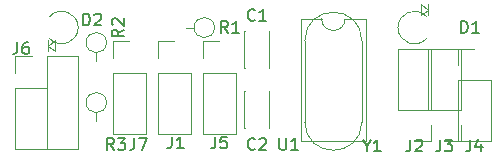
<source format=gbr>
G04 #@! TF.GenerationSoftware,KiCad,Pcbnew,(5.0.2)-1*
G04 #@! TF.CreationDate,2019-01-06T14:15:55+01:00*
G04 #@! TF.ProjectId,Xany2Msx,58616e79-324d-4737-982e-6b696361645f,rev?*
G04 #@! TF.SameCoordinates,Original*
G04 #@! TF.FileFunction,Legend,Top*
G04 #@! TF.FilePolarity,Positive*
%FSLAX46Y46*%
G04 Gerber Fmt 4.6, Leading zero omitted, Abs format (unit mm)*
G04 Created by KiCad (PCBNEW (5.0.2)-1) date 06/01/2019 14:15:55*
%MOMM*%
%LPD*%
G01*
G04 APERTURE LIST*
%ADD10C,0.120000*%
%ADD11C,0.100000*%
%ADD12C,0.150000*%
G04 APERTURE END LIST*
D10*
G04 #@! TO.C,D1*
X135763000Y-85280000D02*
X135763000Y-84391000D01*
X135763000Y-84835500D02*
X135170333Y-85280000D01*
X135170333Y-85280000D02*
X135170333Y-84391000D01*
X135170333Y-84391000D02*
X135763000Y-84835500D01*
X135650633Y-85426730D02*
G75*
G03X135679811Y-87260000I-1030633J-933270D01*
G01*
G04 #@! TO.C,U1*
X126762000Y-85605000D02*
X124992000Y-85605000D01*
X124992000Y-85605000D02*
X124992000Y-96005000D01*
X124992000Y-96005000D02*
X130532000Y-96005000D01*
X130532000Y-96005000D02*
X130532000Y-85605000D01*
X130532000Y-85605000D02*
X128762000Y-85605000D01*
X128762000Y-85605000D02*
G75*
G02X126762000Y-85605000I-1000000J0D01*
G01*
G04 #@! TO.C,J1*
X112910000Y-90170000D02*
X112910000Y-95370000D01*
X112910000Y-95370000D02*
X115690000Y-95370000D01*
X115690000Y-95370000D02*
X115690000Y-90170000D01*
X115690000Y-90170000D02*
X112910000Y-90170000D01*
X112910000Y-88900000D02*
X112910000Y-87510000D01*
X112910000Y-87510000D02*
X114300000Y-87510000D01*
G04 #@! TO.C,J2*
X136010000Y-96005000D02*
X134620000Y-96005000D01*
X136010000Y-94615000D02*
X136010000Y-96005000D01*
X133230000Y-93345000D02*
X136010000Y-93345000D01*
X133230000Y-88145000D02*
X133230000Y-93345000D01*
X136010000Y-88145000D02*
X133230000Y-88145000D01*
X136010000Y-93345000D02*
X136010000Y-88145000D01*
G04 #@! TO.C,J3*
X138550000Y-93345000D02*
X138550000Y-88145000D01*
X138550000Y-88145000D02*
X135770000Y-88145000D01*
X135770000Y-88145000D02*
X135770000Y-93345000D01*
X135770000Y-93345000D02*
X138550000Y-93345000D01*
X138550000Y-94615000D02*
X138550000Y-96005000D01*
X138550000Y-96005000D02*
X137160000Y-96005000D01*
G04 #@! TO.C,J4*
X138310000Y-88145000D02*
X139700000Y-88145000D01*
X138310000Y-89535000D02*
X138310000Y-88145000D01*
X141090000Y-90805000D02*
X138310000Y-90805000D01*
X141090000Y-96005000D02*
X141090000Y-90805000D01*
X138310000Y-96005000D02*
X141090000Y-96005000D01*
X138310000Y-90805000D02*
X138310000Y-96005000D01*
G04 #@! TO.C,J5*
X116720000Y-90170000D02*
X116720000Y-95370000D01*
X116720000Y-95370000D02*
X119500000Y-95370000D01*
X119500000Y-95370000D02*
X119500000Y-90170000D01*
X119500000Y-90170000D02*
X116720000Y-90170000D01*
X116720000Y-88900000D02*
X116720000Y-87510000D01*
X116720000Y-87510000D02*
X118110000Y-87510000D01*
G04 #@! TO.C,C1*
X120225000Y-89805000D02*
X120225000Y-86685000D01*
X122345000Y-89805000D02*
X122345000Y-86685000D01*
X120225000Y-89805000D02*
X120289000Y-89805000D01*
X122281000Y-89805000D02*
X122345000Y-89805000D01*
X120225000Y-86685000D02*
X120289000Y-86685000D01*
X122281000Y-86685000D02*
X122345000Y-86685000D01*
G04 #@! TO.C,C2*
X120289000Y-94885000D02*
X120225000Y-94885000D01*
X122345000Y-94885000D02*
X122281000Y-94885000D01*
X120289000Y-91765000D02*
X120225000Y-91765000D01*
X122345000Y-91765000D02*
X122281000Y-91765000D01*
X120225000Y-91765000D02*
X120225000Y-94885000D01*
X122345000Y-91765000D02*
X122345000Y-94885000D01*
G04 #@! TO.C,R1*
X117700000Y-86360000D02*
G75*
G03X117700000Y-86360000I-860000J0D01*
G01*
X115980000Y-86360000D02*
X115300000Y-86360000D01*
D11*
G04 #@! TO.C,Y1*
X130175000Y-94334000D02*
G75*
G02X125349000Y-94334000I-2413000J0D01*
G01*
X125349000Y-87476000D02*
G75*
G02X130175000Y-87476000I2413000J0D01*
G01*
X125349000Y-94334000D02*
X125349000Y-87476000D01*
X130175000Y-94334000D02*
X130175000Y-87476000D01*
D10*
G04 #@! TO.C,D2*
X103632000Y-87440000D02*
X103632000Y-88329000D01*
X103632000Y-87884500D02*
X104224667Y-87440000D01*
X104224667Y-87440000D02*
X104224667Y-88329000D01*
X104224667Y-88329000D02*
X103632000Y-87884500D01*
X103744367Y-87293270D02*
G75*
G03X103715189Y-85460000I1030633J933270D01*
G01*
G04 #@! TO.C,J6*
X103505000Y-91440000D02*
X103505000Y-96647000D01*
X100845000Y-91440000D02*
X100845000Y-96640000D01*
X100845000Y-96640000D02*
X106165000Y-96640000D01*
X106165000Y-96640000D02*
X106165000Y-88780000D01*
X106165000Y-88780000D02*
X103505000Y-88780000D01*
X103505000Y-88780000D02*
X103505000Y-91440000D01*
X103505000Y-91440000D02*
X100845000Y-91440000D01*
X100845000Y-90170000D02*
X100845000Y-88780000D01*
X100845000Y-88780000D02*
X102235000Y-88780000D01*
G04 #@! TO.C,R2*
X107696000Y-88490000D02*
X107696000Y-89170000D01*
X108556000Y-87630000D02*
G75*
G03X108556000Y-87630000I-860000J0D01*
G01*
G04 #@! TO.C,R3*
X108556000Y-92710000D02*
G75*
G03X108556000Y-92710000I-860000J0D01*
G01*
X107696000Y-93570000D02*
X107696000Y-94250000D01*
G04 #@! TO.C,J7*
X109100000Y-90170000D02*
X109100000Y-95370000D01*
X109100000Y-95370000D02*
X111880000Y-95370000D01*
X111880000Y-95370000D02*
X111880000Y-90170000D01*
X111880000Y-90170000D02*
X109100000Y-90170000D01*
X109100000Y-88900000D02*
X109100000Y-87510000D01*
X109100000Y-87510000D02*
X110490000Y-87510000D01*
G04 #@! TO.C,D1*
D12*
X138580904Y-86812380D02*
X138580904Y-85812380D01*
X138819000Y-85812380D01*
X138961857Y-85860000D01*
X139057095Y-85955238D01*
X139104714Y-86050476D01*
X139152333Y-86240952D01*
X139152333Y-86383809D01*
X139104714Y-86574285D01*
X139057095Y-86669523D01*
X138961857Y-86764761D01*
X138819000Y-86812380D01*
X138580904Y-86812380D01*
X140104714Y-86812380D02*
X139533285Y-86812380D01*
X139819000Y-86812380D02*
X139819000Y-85812380D01*
X139723761Y-85955238D01*
X139628523Y-86050476D01*
X139533285Y-86098095D01*
G04 #@! TO.C,U1*
X123190095Y-95718380D02*
X123190095Y-96527904D01*
X123237714Y-96623142D01*
X123285333Y-96670761D01*
X123380571Y-96718380D01*
X123571047Y-96718380D01*
X123666285Y-96670761D01*
X123713904Y-96623142D01*
X123761523Y-96527904D01*
X123761523Y-95718380D01*
X124761523Y-96718380D02*
X124190095Y-96718380D01*
X124475809Y-96718380D02*
X124475809Y-95718380D01*
X124380571Y-95861238D01*
X124285333Y-95956476D01*
X124190095Y-96004095D01*
G04 #@! TO.C,J1*
X114093666Y-95591380D02*
X114093666Y-96305666D01*
X114046047Y-96448523D01*
X113950809Y-96543761D01*
X113807952Y-96591380D01*
X113712714Y-96591380D01*
X115093666Y-96591380D02*
X114522238Y-96591380D01*
X114807952Y-96591380D02*
X114807952Y-95591380D01*
X114712714Y-95734238D01*
X114617476Y-95829476D01*
X114522238Y-95877095D01*
G04 #@! TO.C,J2*
X134286666Y-95845380D02*
X134286666Y-96559666D01*
X134239047Y-96702523D01*
X134143809Y-96797761D01*
X134000952Y-96845380D01*
X133905714Y-96845380D01*
X134715238Y-95940619D02*
X134762857Y-95893000D01*
X134858095Y-95845380D01*
X135096190Y-95845380D01*
X135191428Y-95893000D01*
X135239047Y-95940619D01*
X135286666Y-96035857D01*
X135286666Y-96131095D01*
X135239047Y-96273952D01*
X134667619Y-96845380D01*
X135286666Y-96845380D01*
G04 #@! TO.C,J3*
X136826666Y-95845380D02*
X136826666Y-96559666D01*
X136779047Y-96702523D01*
X136683809Y-96797761D01*
X136540952Y-96845380D01*
X136445714Y-96845380D01*
X137207619Y-95845380D02*
X137826666Y-95845380D01*
X137493333Y-96226333D01*
X137636190Y-96226333D01*
X137731428Y-96273952D01*
X137779047Y-96321571D01*
X137826666Y-96416809D01*
X137826666Y-96654904D01*
X137779047Y-96750142D01*
X137731428Y-96797761D01*
X137636190Y-96845380D01*
X137350476Y-96845380D01*
X137255238Y-96797761D01*
X137207619Y-96750142D01*
G04 #@! TO.C,J4*
X139366666Y-95845380D02*
X139366666Y-96559666D01*
X139319047Y-96702523D01*
X139223809Y-96797761D01*
X139080952Y-96845380D01*
X138985714Y-96845380D01*
X140271428Y-96178714D02*
X140271428Y-96845380D01*
X140033333Y-95797761D02*
X139795238Y-96512047D01*
X140414285Y-96512047D01*
G04 #@! TO.C,J5*
X117776666Y-95591380D02*
X117776666Y-96305666D01*
X117729047Y-96448523D01*
X117633809Y-96543761D01*
X117490952Y-96591380D01*
X117395714Y-96591380D01*
X118729047Y-95591380D02*
X118252857Y-95591380D01*
X118205238Y-96067571D01*
X118252857Y-96019952D01*
X118348095Y-95972333D01*
X118586190Y-95972333D01*
X118681428Y-96019952D01*
X118729047Y-96067571D01*
X118776666Y-96162809D01*
X118776666Y-96400904D01*
X118729047Y-96496142D01*
X118681428Y-96543761D01*
X118586190Y-96591380D01*
X118348095Y-96591380D01*
X118252857Y-96543761D01*
X118205238Y-96496142D01*
G04 #@! TO.C,C1*
X121118333Y-85701142D02*
X121070714Y-85748761D01*
X120927857Y-85796380D01*
X120832619Y-85796380D01*
X120689761Y-85748761D01*
X120594523Y-85653523D01*
X120546904Y-85558285D01*
X120499285Y-85367809D01*
X120499285Y-85224952D01*
X120546904Y-85034476D01*
X120594523Y-84939238D01*
X120689761Y-84844000D01*
X120832619Y-84796380D01*
X120927857Y-84796380D01*
X121070714Y-84844000D01*
X121118333Y-84891619D01*
X122070714Y-85796380D02*
X121499285Y-85796380D01*
X121785000Y-85796380D02*
X121785000Y-84796380D01*
X121689761Y-84939238D01*
X121594523Y-85034476D01*
X121499285Y-85082095D01*
G04 #@! TO.C,C2*
X121118333Y-96623142D02*
X121070714Y-96670761D01*
X120927857Y-96718380D01*
X120832619Y-96718380D01*
X120689761Y-96670761D01*
X120594523Y-96575523D01*
X120546904Y-96480285D01*
X120499285Y-96289809D01*
X120499285Y-96146952D01*
X120546904Y-95956476D01*
X120594523Y-95861238D01*
X120689761Y-95766000D01*
X120832619Y-95718380D01*
X120927857Y-95718380D01*
X121070714Y-95766000D01*
X121118333Y-95813619D01*
X121499285Y-95813619D02*
X121546904Y-95766000D01*
X121642142Y-95718380D01*
X121880238Y-95718380D01*
X121975476Y-95766000D01*
X122023095Y-95813619D01*
X122070714Y-95908857D01*
X122070714Y-96004095D01*
X122023095Y-96146952D01*
X121451666Y-96718380D01*
X122070714Y-96718380D01*
G04 #@! TO.C,R1*
X118832333Y-86812380D02*
X118499000Y-86336190D01*
X118260904Y-86812380D02*
X118260904Y-85812380D01*
X118641857Y-85812380D01*
X118737095Y-85860000D01*
X118784714Y-85907619D01*
X118832333Y-86002857D01*
X118832333Y-86145714D01*
X118784714Y-86240952D01*
X118737095Y-86288571D01*
X118641857Y-86336190D01*
X118260904Y-86336190D01*
X119784714Y-86812380D02*
X119213285Y-86812380D01*
X119499000Y-86812380D02*
X119499000Y-85812380D01*
X119403761Y-85955238D01*
X119308523Y-86050476D01*
X119213285Y-86098095D01*
G04 #@! TO.C,Y1*
X130587809Y-96369190D02*
X130587809Y-96845380D01*
X130254476Y-95845380D02*
X130587809Y-96369190D01*
X130921142Y-95845380D01*
X131778285Y-96845380D02*
X131206857Y-96845380D01*
X131492571Y-96845380D02*
X131492571Y-95845380D01*
X131397333Y-95988238D01*
X131302095Y-96083476D01*
X131206857Y-96131095D01*
G04 #@! TO.C,D2*
X106576904Y-86177380D02*
X106576904Y-85177380D01*
X106815000Y-85177380D01*
X106957857Y-85225000D01*
X107053095Y-85320238D01*
X107100714Y-85415476D01*
X107148333Y-85605952D01*
X107148333Y-85748809D01*
X107100714Y-85939285D01*
X107053095Y-86034523D01*
X106957857Y-86129761D01*
X106815000Y-86177380D01*
X106576904Y-86177380D01*
X107529285Y-85272619D02*
X107576904Y-85225000D01*
X107672142Y-85177380D01*
X107910238Y-85177380D01*
X108005476Y-85225000D01*
X108053095Y-85272619D01*
X108100714Y-85367857D01*
X108100714Y-85463095D01*
X108053095Y-85605952D01*
X107481666Y-86177380D01*
X108100714Y-86177380D01*
G04 #@! TO.C,J6*
X101012666Y-87590380D02*
X101012666Y-88304666D01*
X100965047Y-88447523D01*
X100869809Y-88542761D01*
X100726952Y-88590380D01*
X100631714Y-88590380D01*
X101917428Y-87590380D02*
X101726952Y-87590380D01*
X101631714Y-87638000D01*
X101584095Y-87685619D01*
X101488857Y-87828476D01*
X101441238Y-88018952D01*
X101441238Y-88399904D01*
X101488857Y-88495142D01*
X101536476Y-88542761D01*
X101631714Y-88590380D01*
X101822190Y-88590380D01*
X101917428Y-88542761D01*
X101965047Y-88495142D01*
X102012666Y-88399904D01*
X102012666Y-88161809D01*
X101965047Y-88066571D01*
X101917428Y-88018952D01*
X101822190Y-87971333D01*
X101631714Y-87971333D01*
X101536476Y-88018952D01*
X101488857Y-88066571D01*
X101441238Y-88161809D01*
G04 #@! TO.C,R2*
X110008380Y-86526666D02*
X109532190Y-86860000D01*
X110008380Y-87098095D02*
X109008380Y-87098095D01*
X109008380Y-86717142D01*
X109056000Y-86621904D01*
X109103619Y-86574285D01*
X109198857Y-86526666D01*
X109341714Y-86526666D01*
X109436952Y-86574285D01*
X109484571Y-86621904D01*
X109532190Y-86717142D01*
X109532190Y-87098095D01*
X109103619Y-86145714D02*
X109056000Y-86098095D01*
X109008380Y-86002857D01*
X109008380Y-85764761D01*
X109056000Y-85669523D01*
X109103619Y-85621904D01*
X109198857Y-85574285D01*
X109294095Y-85574285D01*
X109436952Y-85621904D01*
X110008380Y-86193333D01*
X110008380Y-85574285D01*
G04 #@! TO.C,R3*
X109180333Y-96718380D02*
X108847000Y-96242190D01*
X108608904Y-96718380D02*
X108608904Y-95718380D01*
X108989857Y-95718380D01*
X109085095Y-95766000D01*
X109132714Y-95813619D01*
X109180333Y-95908857D01*
X109180333Y-96051714D01*
X109132714Y-96146952D01*
X109085095Y-96194571D01*
X108989857Y-96242190D01*
X108608904Y-96242190D01*
X109513666Y-95718380D02*
X110132714Y-95718380D01*
X109799380Y-96099333D01*
X109942238Y-96099333D01*
X110037476Y-96146952D01*
X110085095Y-96194571D01*
X110132714Y-96289809D01*
X110132714Y-96527904D01*
X110085095Y-96623142D01*
X110037476Y-96670761D01*
X109942238Y-96718380D01*
X109656523Y-96718380D01*
X109561285Y-96670761D01*
X109513666Y-96623142D01*
G04 #@! TO.C,J7*
X110918666Y-95718380D02*
X110918666Y-96432666D01*
X110871047Y-96575523D01*
X110775809Y-96670761D01*
X110632952Y-96718380D01*
X110537714Y-96718380D01*
X111299619Y-95718380D02*
X111966285Y-95718380D01*
X111537714Y-96718380D01*
G04 #@! TD*
M02*

</source>
